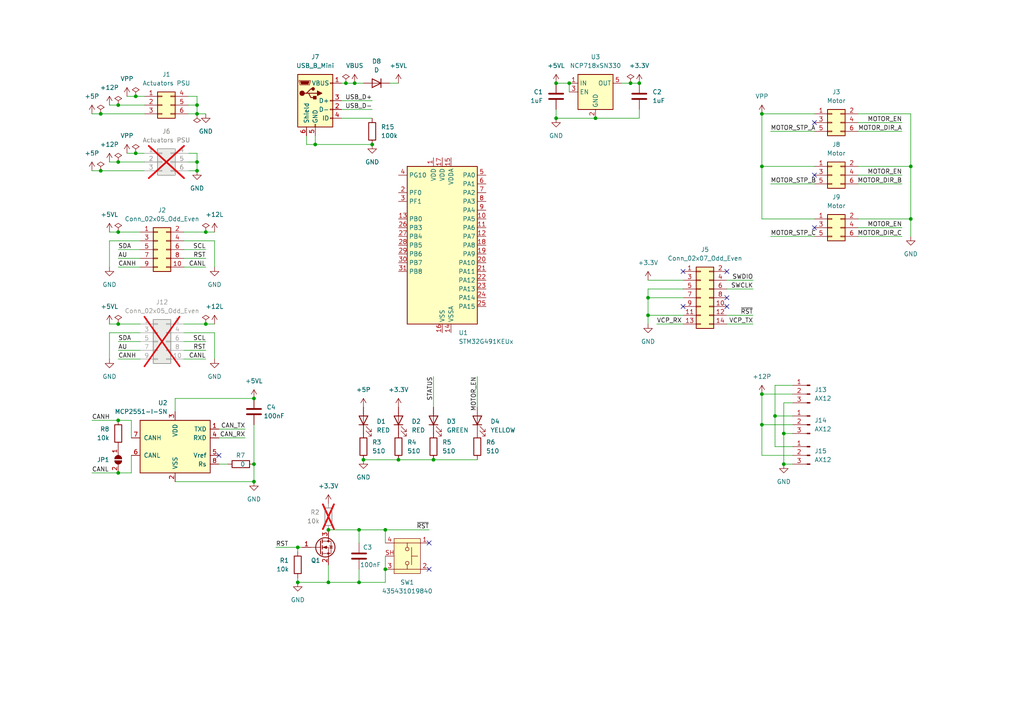
<source format=kicad_sch>
(kicad_sch (version 20230121) (generator eeschema)
  (paper "A4")
  (lib_symbols
    (symbol "ComponentsEvo:435431019840" (pin_names (offset 1.016) hide)
      (property "Reference" "SW" (at -6.35 -1.27 90))
      (property "Value" "435431019840" (at 7.62 0 90))
      (symbol "435431019840_0_1"
        (pin passive line (at -3.81 6.35 270) (length 2.54) (name "1") (number "1"))
        (pin passive line (at 3.81 6.35 270) (length 2.54) (name "2") (number "2"))
      )
      (symbol "435431019840_1_1"
        (pin passive line (at 3.81 -6.35 90) (length 2.54) (name "3") (number "3"))
        (pin passive line (at -3.81 -6.35 90) (length 2.54) (name "4") (number "4"))
        (pin passive line (at 0 -6.35 90) (length 2.54) (name "SH") (number "SH"))
      )
    )
    (symbol "ComponentsEvo:STM32G491KEUx"
      (property "Reference" "U4" (at 4.7341 -25.4 0))
      (property "Value" "STM32G491KEUx" (at 4.7341 -27.94 0))
      (symbol "STM32G491KEUx_1_1"
        (pin power_in line (at -2.54 25.4 270) (length 2.54) (name "VDD") (number "1"))
        (pin bidirectional line (at 12.7 7.62 180) (length 2.54) (name "PA5") (number "10"))
        (pin bidirectional line (at 12.7 5.08 180) (length 2.54) (name "PA6") (number "11"))
        (pin bidirectional line (at 12.7 2.54 180) (length 2.54) (name "PA7") (number "12"))
        (pin bidirectional line (at -12.7 7.62 0) (length 2.54) (name "PB0") (number "13"))
        (pin power_in line (at 2.54 -25.4 90) (length 2.54) (name "VSSA") (number "14"))
        (pin power_in line (at 2.54 25.4 270) (length 2.54) (name "VDDA") (number "15"))
        (pin power_in line (at 0 -25.4 90) (length 2.54) (name "VSS") (number "16"))
        (pin power_in line (at 0 25.4 270) (length 2.54) (name "VDD") (number "17"))
        (pin bidirectional line (at 12.7 0 180) (length 2.54) (name "PA8") (number "18"))
        (pin bidirectional line (at 12.7 -2.54 180) (length 2.54) (name "PA9") (number "19"))
        (pin bidirectional line (at -12.7 15.24 0) (length 2.54) (name "PF0") (number "2"))
        (pin bidirectional line (at 12.7 -5.08 180) (length 2.54) (name "PA10") (number "20"))
        (pin bidirectional line (at 12.7 -7.62 180) (length 2.54) (name "PA11") (number "21"))
        (pin bidirectional line (at 12.7 -10.16 180) (length 2.54) (name "PA12") (number "22"))
        (pin bidirectional line (at 12.7 -12.7 180) (length 2.54) (name "PA13") (number "23"))
        (pin bidirectional line (at 12.7 -15.24 180) (length 2.54) (name "PA14") (number "24"))
        (pin bidirectional line (at 12.7 -17.78 180) (length 2.54) (name "PA15") (number "25"))
        (pin bidirectional line (at -12.7 5.08 0) (length 2.54) (name "PB3") (number "26"))
        (pin bidirectional line (at -12.7 2.54 0) (length 2.54) (name "PB4") (number "27"))
        (pin bidirectional line (at -12.7 0 0) (length 2.54) (name "PB5") (number "28"))
        (pin bidirectional line (at -12.7 -2.54 0) (length 2.54) (name "PB6") (number "29"))
        (pin bidirectional line (at -12.7 12.7 0) (length 2.54) (name "PF1") (number "3"))
        (pin bidirectional line (at -12.7 -5.08 0) (length 2.54) (name "PB7") (number "30"))
        (pin bidirectional line (at -12.7 -7.62 0) (length 2.54) (name "PB8") (number "31"))
        (pin passive line (at 0 -25.4 90) (length 2.54) hide (name "VSS") (number "32"))
        (pin bidirectional line (at -12.7 20.32 0) (length 2.54) (name "PG10") (number "4"))
        (pin bidirectional line (at 12.7 20.32 180) (length 2.54) (name "PA0") (number "5"))
        (pin bidirectional line (at 12.7 17.78 180) (length 2.54) (name "PA1") (number "6"))
        (pin bidirectional line (at 12.7 15.24 180) (length 2.54) (name "PA2") (number "7"))
        (pin bidirectional line (at 12.7 12.7 180) (length 2.54) (name "PA3") (number "8"))
        (pin bidirectional line (at 12.7 10.16 180) (length 2.54) (name "PA4") (number "9"))
      )
    )
    (symbol "Connector:Conn_01x03_Pin" (pin_names (offset 1.016) hide)
      (property "Reference" "J" (at 0 5.08 0))
      (property "Value" "Conn_01x03_Pin" (at 0 -5.08 0))
      (symbol "Conn_01x03_Pin_1_1"
        (pin passive line (at 5.08 2.54 180) (length 3.81) (name "Pin_1") (number "1"))
        (pin passive line (at 5.08 0 180) (length 3.81) (name "Pin_2") (number "2"))
        (pin passive line (at 5.08 -2.54 180) (length 3.81) (name "Pin_3") (number "3"))
      )
    )
    (symbol "Connector:USB_B_Mini" (pin_names (offset 1.016))
      (property "Reference" "J" (at -5.08 11.43 0))
      (property "Value" "USB_B_Mini" (at -5.08 8.89 0))
      (symbol "USB_B_Mini_1_1"
        (pin power_out line (at 7.62 5.08 180) (length 2.54) (name "VBUS") (number "1"))
        (pin bidirectional line (at 7.62 -2.54 180) (length 2.54) (name "D-") (number "2"))
        (pin bidirectional line (at 7.62 0 180) (length 2.54) (name "D+") (number "3"))
        (pin passive line (at 7.62 -5.08 180) (length 2.54) (name "ID") (number "4"))
        (pin power_out line (at 0 -10.16 90) (length 2.54) (name "GND") (number "5"))
        (pin passive line (at -2.54 -10.16 90) (length 2.54) (name "Shield") (number "6"))
      )
    )
    (symbol "Connector_Generic:Conn_02x03_Odd_Even" (pin_names (offset 1.016) hide)
      (property "Reference" "J" (at 1.27 5.08 0))
      (property "Value" "Conn_02x03_Odd_Even" (at 1.27 -5.08 0))
      (symbol "Conn_02x03_Odd_Even_1_1"
        (pin passive line (at -5.08 2.54 0) (length 3.81) (name "Pin_1") (number "1"))
        (pin passive line (at 7.62 2.54 180) (length 3.81) (name "Pin_2") (number "2"))
        (pin passive line (at -5.08 0 0) (length 3.81) (name "Pin_3") (number "3"))
        (pin passive line (at 7.62 0 180) (length 3.81) (name "Pin_4") (number "4"))
        (pin passive line (at -5.08 -2.54 0) (length 3.81) (name "Pin_5") (number "5"))
        (pin passive line (at 7.62 -2.54 180) (length 3.81) (name "Pin_6") (number "6"))
      )
    )
    (symbol "Connector_Generic:Conn_02x03_Top_Bottom" (pin_names (offset 1.016) hide)
      (property "Reference" "J" (at 1.27 5.08 0))
      (property "Value" "Conn_02x03_Top_Bottom" (at 1.27 -5.08 0))
      (symbol "Conn_02x03_Top_Bottom_1_1"
        (pin passive line (at -5.08 2.54 0) (length 3.81) (name "Pin_1") (number "1"))
        (pin passive line (at -5.08 0 0) (length 3.81) (name "Pin_2") (number "2"))
        (pin passive line (at -5.08 -2.54 0) (length 3.81) (name "Pin_3") (number "3"))
        (pin passive line (at 7.62 2.54 180) (length 3.81) (name "Pin_4") (number "4"))
        (pin passive line (at 7.62 0 180) (length 3.81) (name "Pin_5") (number "5"))
        (pin passive line (at 7.62 -2.54 180) (length 3.81) (name "Pin_6") (number "6"))
      )
    )
    (symbol "Connector_Generic:Conn_02x05_Odd_Even" (pin_names (offset 1.016) hide)
      (property "Reference" "J" (at 1.27 7.62 0))
      (property "Value" "Conn_02x05_Odd_Even" (at 1.27 -7.62 0))
      (symbol "Conn_02x05_Odd_Even_1_1"
        (pin passive line (at -5.08 5.08 0) (length 3.81) (name "Pin_1") (number "1"))
        (pin passive line (at 7.62 -5.08 180) (length 3.81) (name "Pin_10") (number "10"))
        (pin passive line (at 7.62 5.08 180) (length 3.81) (name "Pin_2") (number "2"))
        (pin passive line (at -5.08 2.54 0) (length 3.81) (name "Pin_3") (number "3"))
        (pin passive line (at 7.62 2.54 180) (length 3.81) (name "Pin_4") (number "4"))
        (pin passive line (at -5.08 0 0) (length 3.81) (name "Pin_5") (number "5"))
        (pin passive line (at 7.62 0 180) (length 3.81) (name "Pin_6") (number "6"))
        (pin passive line (at -5.08 -2.54 0) (length 3.81) (name "Pin_7") (number "7"))
        (pin passive line (at 7.62 -2.54 180) (length 3.81) (name "Pin_8") (number "8"))
        (pin passive line (at -5.08 -5.08 0) (length 3.81) (name "Pin_9") (number "9"))
      )
    )
    (symbol "Connector_Generic:Conn_02x07_Odd_Even" (pin_names (offset 1.016) hide)
      (property "Reference" "J" (at 1.27 10.16 0))
      (property "Value" "Conn_02x07_Odd_Even" (at 1.27 -10.16 0))
      (symbol "Conn_02x07_Odd_Even_1_1"
        (pin passive line (at -5.08 7.62 0) (length 3.81) (name "Pin_1") (number "1"))
        (pin passive line (at 7.62 -2.54 180) (length 3.81) (name "Pin_10") (number "10"))
        (pin passive line (at -5.08 -5.08 0) (length 3.81) (name "Pin_11") (number "11"))
        (pin passive line (at 7.62 -5.08 180) (length 3.81) (name "Pin_12") (number "12"))
        (pin passive line (at -5.08 -7.62 0) (length 3.81) (name "Pin_13") (number "13"))
        (pin passive line (at 7.62 -7.62 180) (length 3.81) (name "Pin_14") (number "14"))
        (pin passive line (at 7.62 7.62 180) (length 3.81) (name "Pin_2") (number "2"))
        (pin passive line (at -5.08 5.08 0) (length 3.81) (name "Pin_3") (number "3"))
        (pin passive line (at 7.62 5.08 180) (length 3.81) (name "Pin_4") (number "4"))
        (pin passive line (at -5.08 2.54 0) (length 3.81) (name "Pin_5") (number "5"))
        (pin passive line (at 7.62 2.54 180) (length 3.81) (name "Pin_6") (number "6"))
        (pin passive line (at -5.08 0 0) (length 3.81) (name "Pin_7") (number "7"))
        (pin passive line (at 7.62 0 180) (length 3.81) (name "Pin_8") (number "8"))
        (pin passive line (at -5.08 -2.54 0) (length 3.81) (name "Pin_9") (number "9"))
      )
    )
    (symbol "Device:C" (pin_numbers hide) (pin_names (offset 0.254))
      (property "Reference" "C" (at 0.635 2.54 0))
      (property "Value" "C" (at 0.635 -2.54 0))
      (symbol "C_1_1"
        (pin passive line (at 0 3.81 270) (length 2.794) (name "~") (number "1"))
        (pin passive line (at 0 -3.81 90) (length 2.794) (name "~") (number "2"))
      )
    )
    (symbol "Device:D" (pin_numbers hide) (pin_names (offset 1.016) hide)
      (property "Reference" "D" (at 0 2.54 0))
      (property "Value" "D" (at 0 -2.54 0))
      (symbol "D_1_1"
        (pin passive line (at -3.81 0 0) (length 2.54) (name "K") (number "1"))
        (pin passive line (at 3.81 0 180) (length 2.54) (name "A") (number "2"))
      )
    )
    (symbol "Device:D_Zener" (pin_numbers hide) (pin_names (offset 1.016) hide)
      (property "Reference" "D" (at 0 2.54 0))
      (property "Value" "D_Zener" (at 0 -2.54 0))
      (symbol "D_Zener_1_1"
        (pin passive line (at -3.81 0 0) (length 2.54) (name "K") (number "1"))
        (pin passive line (at 3.81 0 180) (length 2.54) (name "A") (number "2"))
      )
    )
    (symbol "Device:LED" (pin_numbers hide) (pin_names (offset 1.016) hide)
      (property "Reference" "D" (at 0 2.54 0))
      (property "Value" "LED" (at 0 -2.54 0))
      (symbol "LED_1_1"
        (pin passive line (at -3.81 0 0) (length 2.54) (name "K") (number "1"))
        (pin passive line (at 3.81 0 180) (length 2.54) (name "A") (number "2"))
      )
    )
    (symbol "Device:Q_NMOS_GSD" (pin_names (offset 0) hide)
      (property "Reference" "Q" (at 5.08 1.27 0))
      (property "Value" "Q_NMOS_GSD" (at 5.08 -1.27 0))
      (symbol "Q_NMOS_GSD_1_1"
        (pin input line (at -5.08 0 0) (length 2.54) (name "G") (number "1"))
        (pin passive line (at 2.54 -5.08 90) (length 2.54) (name "S") (number "2"))
        (pin passive line (at 2.54 5.08 270) (length 2.54) (name "D") (number "3"))
      )
    )
    (symbol "Device:R" (pin_numbers hide) (pin_names (offset 0))
      (property "Reference" "R" (at 2.032 0 90))
      (property "Value" "R" (at 0 0 90))
      (symbol "R_1_1"
        (pin passive line (at 0 3.81 270) (length 1.27) (name "~") (number "1"))
        (pin passive line (at 0 -3.81 90) (length 1.27) (name "~") (number "2"))
      )
    )
    (symbol "Interface_CAN_LIN:MCP2551-I-SN" (pin_names (offset 1.016))
      (property "Reference" "U" (at -10.16 8.89 0))
      (property "Value" "MCP2551-I-SN" (at 2.54 8.89 0))
      (symbol "MCP2551-I-SN_1_1"
        (pin input line (at -12.7 5.08 0) (length 2.54) (name "TXD") (number "1"))
        (pin power_in line (at 0 -10.16 90) (length 2.54) (name "VSS") (number "2"))
        (pin power_in line (at 0 10.16 270) (length 2.54) (name "VDD") (number "3"))
        (pin output line (at -12.7 2.54 0) (length 2.54) (name "RXD") (number "4"))
        (pin power_out line (at -12.7 -2.54 0) (length 2.54) (name "Vref") (number "5"))
        (pin bidirectional line (at 12.7 -2.54 180) (length 2.54) (name "CANL") (number "6"))
        (pin bidirectional line (at 12.7 2.54 180) (length 2.54) (name "CANH") (number "7"))
        (pin input line (at -12.7 -5.08 0) (length 2.54) (name "Rs") (number "8"))
      )
    )
    (symbol "Jumper:SolderJumper_2_Open" (pin_names (offset 0) hide)
      (property "Reference" "JP" (at 0 2.032 0))
      (property "Value" "SolderJumper_2_Open" (at 0 -2.54 0))
      (symbol "SolderJumper_2_Open_1_1"
        (pin passive line (at -3.81 0 0) (length 2.54) (name "A") (number "1"))
        (pin passive line (at 3.81 0 180) (length 2.54) (name "B") (number "2"))
      )
    )
    (symbol "Jumper:SolderJumper_3_Open" (pin_names (offset 0) hide)
      (property "Reference" "JP" (at -2.54 -2.54 0))
      (property "Value" "SolderJumper_3_Open" (at 0 2.794 0))
      (symbol "SolderJumper_3_Open_1_1"
        (pin passive line (at -5.08 0 0) (length 2.54) (name "A") (number "1"))
        (pin passive line (at 0 -3.81 90) (length 2.54) (name "C") (number "2"))
        (pin passive line (at 5.08 0 180) (length 2.54) (name "B") (number "3"))
      )
    )
    (symbol "Regulator_Linear:NCP718xSN330"
      (property "Reference" "U" (at -3.81 6.35 0))
      (property "Value" "NCP718xSN330" (at 6.35 6.35 0))
      (symbol "NCP718xSN330_0_1"
        (pin power_in line (at -7.62 2.54 0) (length 2.54) (name "IN") (number "1"))
        (pin power_in line (at 0 -7.62 90) (length 2.54) (name "GND") (number "2"))
        (pin input line (at -7.62 0 0) (length 2.54) (name "EN") (number "3"))
        (pin no_connect line (at 5.08 0 180) (length 2.54) hide (name "NC") (number "4"))
        (pin power_out line (at 7.62 2.54 180) (length 2.54) (name "OUT") (number "5"))
      )
    )
    (symbol "power:+12L" (power) (pin_names (offset 0))
      (property "Value" "+12L" (at 0 3.556 0))
      (symbol "+12L_1_1"
        (pin power_in line (at 0 0 90) (length 0) hide (name "+12L") (number "1"))
      )
    )
    (symbol "power:+12P" (power) (pin_names (offset 0))
      (property "Value" "+12P" (at 0 3.556 0))
      (symbol "+12P_1_1"
        (pin power_in line (at 0 0 90) (length 0) hide (name "+12P") (number "1"))
      )
    )
    (symbol "power:+3.3V" (power) (pin_names (offset 0))
      (property "Value" "+3.3V" (at 0 3.556 0))
      (symbol "+3.3V_1_1"
        (pin power_in line (at 0 0 90) (length 0) hide (name "+3.3V") (number "1"))
      )
    )
    (symbol "power:+5P" (power) (pin_names (offset 0))
      (property "Value" "+5P" (at 0 3.556 0))
      (symbol "+5P_1_1"
        (pin power_in line (at 0 0 90) (length 0) hide (name "+5P") (number "1"))
      )
    )
    (symbol "power:+5VL" (power) (pin_names (offset 0))
      (property "Value" "+5VL" (at 0 3.556 0))
      (symbol "+5VL_1_1"
        (pin power_in line (at 0 0 90) (length 0) hide (name "+5VL") (number "1"))
      )
    )
    (symbol "power:GND" (power) (pin_names (offset 0))
      (property "Value" "GND" (at 0 -3.81 0))
      (symbol "GND_1_1"
        (pin power_in line (at 0 0 270) (length 0) hide (name "GND") (number "1"))
      )
    )
    (symbol "power:PWR_FLAG" (power) (pin_numbers hide) (pin_names (offset 0) hide)
      (property "Value" "PWR_FLAG" (at 0 3.81 0))
      (symbol "PWR_FLAG_0_0"
        (pin power_out line (at 0 0 90) (length 0) (name "pwr") (number "1"))
      )
    )
    (symbol "power:VBUS" (power) (pin_names (offset 0))
      (property "Value" "VBUS" (at 0 3.81 0))
      (symbol "VBUS_1_1"
        (pin power_in line (at 0 0 90) (length 0) hide (name "VBUS") (number "1"))
      )
    )
    (symbol "power:VPP" (power) (pin_names (offset 0))
      (property "Value" "VPP" (at 0 3.81 0))
      (symbol "VPP_1_1"
        (pin power_in line (at 0 0 90) (length 0) hide (name "VPP") (number "1"))
      )
    )
  )
  (junction (at 187.96 91.44))
  (junction (at 115.57 133.35))
  (junction (at 335.28 118.11))
  (junction (at 125.73 133.35))
  (junction (at 100.33 24.13))
  (junction (at 172.72 34.29))
  (junction (at 161.29 34.29))
  (junction (at 111.76 153.67))
  (junction (at 344.17 118.11))
  (junction (at 95.25 153.67))
  (junction (at 325.12 142.24))
  (junction (at 105.41 133.35))
  (junction (at 227.33 134.62))
  (junction (at 91.44 41.91))
  (junction (at 34.29 30.48))
  (junction (at 57.15 46.99))
  (junction (at 104.14 153.67))
  (junction (at 29.21 49.53))
  (junction (at 325.12 152.4))
  (junction (at 59.69 67.31))
  (junction (at 325.12 88.9))
  (junction (at 220.98 48.26))
  (junction (at 39.37 27.94))
  (junction (at 39.37 44.45))
  (junction (at 335.28 125.73))
  (junction (at 344.17 99.06))
  (junction (at 57.15 33.02))
  (junction (at 185.42 24.13))
  (junction (at 95.25 168.91))
  (junction (at 344.17 125.73))
  (junction (at 57.15 49.53))
  (junction (at 344.17 91.44))
  (junction (at 165.1 24.13))
  (junction (at 335.28 144.78))
  (junction (at 73.66 115.57))
  (junction (at 57.15 30.48))
  (junction (at 227.33 125.73))
  (junction (at 264.16 63.5))
  (junction (at 224.79 120.65))
  (junction (at 344.17 144.78))
  (junction (at 86.36 158.75))
  (junction (at 182.88 24.13))
  (junction (at 220.98 114.3))
  (junction (at 29.21 33.02))
  (junction (at 335.28 91.44))
  (junction (at 220.98 33.02))
  (junction (at 73.66 134.62))
  (junction (at 34.29 93.98))
  (junction (at 264.16 48.26))
  (junction (at 325.12 99.06))
  (junction (at 34.29 46.99))
  (junction (at 86.36 168.91))
  (junction (at 325.12 115.57))
  (junction (at 111.76 165.1))
  (junction (at 220.98 123.19))
  (junction (at 335.28 99.06))
  (junction (at 344.17 152.4))
  (junction (at 73.66 139.7))
  (junction (at 34.29 137.16))
  (junction (at 34.29 67.31))
  (junction (at 161.29 24.13))
  (junction (at 325.12 125.73))
  (junction (at 34.29 121.92))
  (junction (at 107.95 41.91))
  (junction (at 104.14 168.91))
  (junction (at 59.69 93.98))
  (junction (at 335.28 152.4))
  (junction (at 102.87 24.13))
  (junction (at 187.96 86.36))
  (no_connect (at 236.22 35.56))
  (no_connect (at 236.22 66.04))
  (no_connect (at 198.12 78.74))
  (no_connect (at 236.22 50.8))
  (no_connect (at 63.5 132.08))
  (no_connect (at 210.82 86.36))
  (no_connect (at 124.46 165.1))
  (no_connect (at 124.46 157.48))
  (no_connect (at 210.82 78.74))
  (no_connect (at 210.82 88.9))
  (no_connect (at 198.12 88.9))
  (wire (pts (xy 34.29 104.14) (xy 40.64 104.14)))
  (wire (pts (xy 86.36 168.91) (xy 95.25 168.91)))
  (wire (pts (xy 248.92 63.5) (xy 264.16 63.5)))
  (wire (pts (xy 351.79 120.65) (xy 351.79 125.73)))
  (wire (pts (xy 54.61 49.53) (xy 57.15 49.53)))
  (wire (pts (xy 111.76 157.48) (xy 111.76 153.67)))
  (wire (pts (xy 88.9 39.37) (xy 88.9 41.91)))
  (wire (pts (xy 34.29 101.6) (xy 40.64 101.6)))
  (wire (pts (xy 99.06 31.75) (xy 107.95 31.75)))
  (wire (pts (xy 104.14 165.1) (xy 104.14 168.91)))
  (wire (pts (xy 227.33 125.73) (xy 227.33 134.62)))
  (wire (pts (xy 125.73 109.22) (xy 125.73 118.11)))
  (wire (pts (xy 328.93 118.11) (xy 335.28 118.11)))
  (wire (pts (xy 138.43 109.22) (xy 138.43 118.11)))
  (wire (pts (xy 185.42 31.75) (xy 185.42 34.29)))
  (wire (pts (xy 220.98 48.26) (xy 236.22 48.26)))
  (wire (pts (xy 161.29 24.13) (xy 165.1 24.13)))
  (wire (pts (xy 86.36 158.75) (xy 87.63 158.75)))
  (wire (pts (xy 53.34 74.93) (xy 59.69 74.93)))
  (wire (pts (xy 26.67 49.53) (xy 29.21 49.53)))
  (wire (pts (xy 36.83 27.94) (xy 39.37 27.94)))
  (wire (pts (xy 26.67 137.16) (xy 34.29 137.16)))
  (wire (pts (xy 248.92 38.1) (xy 261.62 38.1)))
  (wire (pts (xy 107.95 41.91) (xy 91.44 41.91)))
  (wire (pts (xy 105.41 133.35) (xy 115.57 133.35)))
  (wire (pts (xy 248.92 33.02) (xy 264.16 33.02)))
  (wire (pts (xy 335.28 144.78) (xy 344.17 144.78)))
  (wire (pts (xy 40.64 96.52) (xy 31.75 96.52)))
  (wire (pts (xy 161.29 34.29) (xy 172.72 34.29)))
  (wire (pts (xy 223.52 53.34) (xy 236.22 53.34)))
  (wire (pts (xy 248.92 66.04) (xy 261.62 66.04)))
  (wire (pts (xy 39.37 44.45) (xy 41.91 44.45)))
  (wire (pts (xy 34.29 46.99) (xy 41.91 46.99)))
  (wire (pts (xy 91.44 41.91) (xy 91.44 39.37)))
  (wire (pts (xy 335.28 91.44) (xy 344.17 91.44)))
  (wire (pts (xy 223.52 68.58) (xy 236.22 68.58)))
  (wire (pts (xy 31.75 46.99) (xy 34.29 46.99)))
  (wire (pts (xy 53.34 104.14) (xy 59.69 104.14)))
  (wire (pts (xy 63.5 124.46) (xy 71.12 124.46)))
  (wire (pts (xy 62.23 77.47) (xy 62.23 69.85)))
  (wire (pts (xy 38.1 132.08) (xy 38.1 137.16)))
  (wire (pts (xy 57.15 46.99) (xy 57.15 44.45)))
  (wire (pts (xy 95.25 168.91) (xy 104.14 168.91)))
  (wire (pts (xy 86.36 167.64) (xy 86.36 168.91)))
  (wire (pts (xy 57.15 30.48) (xy 57.15 27.94)))
  (wire (pts (xy 104.14 168.91) (xy 111.76 168.91)))
  (wire (pts (xy 102.87 24.13) (xy 105.41 24.13)))
  (wire (pts (xy 227.33 125.73) (xy 229.87 125.73)))
  (wire (pts (xy 104.14 153.67) (xy 104.14 157.48)))
  (wire (pts (xy 73.66 139.7) (xy 50.8 139.7)))
  (wire (pts (xy 172.72 34.29) (xy 185.42 34.29)))
  (wire (pts (xy 53.34 93.98) (xy 59.69 93.98)))
  (wire (pts (xy 351.79 144.78) (xy 354.33 144.78)))
  (wire (pts (xy 57.15 44.45) (xy 54.61 44.45)))
  (wire (pts (xy 229.87 129.54) (xy 224.79 129.54)))
  (wire (pts (xy 325.12 124.46) (xy 325.12 125.73)))
  (wire (pts (xy 344.17 99.06) (xy 351.79 99.06)))
  (wire (pts (xy 187.96 83.82) (xy 187.96 86.36)))
  (wire (pts (xy 34.29 99.06) (xy 40.64 99.06)))
  (wire (pts (xy 31.75 69.85) (xy 31.75 77.47)))
  (wire (pts (xy 125.73 133.35) (xy 138.43 133.35)))
  (wire (pts (xy 220.98 48.26) (xy 220.98 63.5)))
  (wire (pts (xy 227.33 134.62) (xy 229.87 134.62)))
  (wire (pts (xy 224.79 120.65) (xy 229.87 120.65)))
  (wire (pts (xy 198.12 91.44) (xy 187.96 91.44)))
  (wire (pts (xy 165.1 24.13) (xy 165.1 26.67)))
  (wire (pts (xy 335.28 118.11) (xy 344.17 118.11)))
  (wire (pts (xy 344.17 125.73) (xy 351.79 125.73)))
  (wire (pts (xy 36.83 44.45) (xy 39.37 44.45)))
  (wire (pts (xy 344.17 152.4) (xy 351.79 152.4)))
  (wire (pts (xy 220.98 63.5) (xy 236.22 63.5)))
  (wire (pts (xy 325.12 99.06) (xy 335.28 99.06)))
  (wire (pts (xy 229.87 132.08) (xy 220.98 132.08)))
  (wire (pts (xy 198.12 86.36) (xy 187.96 86.36)))
  (wire (pts (xy 229.87 116.84) (xy 227.33 116.84)))
  (wire (pts (xy 220.98 33.02) (xy 220.98 48.26)))
  (wire (pts (xy 182.88 24.13) (xy 185.42 24.13)))
  (wire (pts (xy 325.12 125.73) (xy 335.28 125.73)))
  (wire (pts (xy 335.28 99.06) (xy 344.17 99.06)))
  (wire (pts (xy 111.76 153.67) (xy 124.46 153.67)))
  (wire (pts (xy 57.15 33.02) (xy 57.15 30.48)))
  (wire (pts (xy 29.21 49.53) (xy 41.91 49.53)))
  (wire (pts (xy 187.96 91.44) (xy 187.96 93.98)))
  (wire (pts (xy 111.76 161.29) (xy 111.76 165.1)))
  (wire (pts (xy 115.57 133.35) (xy 125.73 133.35)))
  (wire (pts (xy 34.29 74.93) (xy 40.64 74.93)))
  (wire (pts (xy 187.96 86.36) (xy 187.96 91.44)))
  (wire (pts (xy 248.92 53.34) (xy 261.62 53.34)))
  (wire (pts (xy 325.12 115.57) (xy 325.12 116.84)))
  (wire (pts (xy 34.29 30.48) (xy 41.91 30.48)))
  (wire (pts (xy 227.33 116.84) (xy 227.33 125.73)))
  (wire (pts (xy 210.82 93.98) (xy 218.44 93.98)))
  (wire (pts (xy 31.75 30.48) (xy 34.29 30.48)))
  (wire (pts (xy 354.33 147.32) (xy 351.79 147.32)))
  (wire (pts (xy 53.34 67.31) (xy 59.69 67.31)))
  (wire (pts (xy 180.34 24.13) (xy 182.88 24.13)))
  (wire (pts (xy 53.34 77.47) (xy 59.69 77.47)))
  (wire (pts (xy 220.98 132.08) (xy 220.98 123.19)))
  (wire (pts (xy 38.1 121.92) (xy 38.1 127)))
  (wire (pts (xy 325.12 142.24) (xy 325.12 143.51)))
  (wire (pts (xy 53.34 99.06) (xy 59.69 99.06)))
  (wire (pts (xy 248.92 50.8) (xy 261.62 50.8)))
  (wire (pts (xy 34.29 137.16) (xy 38.1 137.16)))
  (wire (pts (xy 111.76 165.1) (xy 111.76 168.91)))
  (wire (pts (xy 351.79 91.44) (xy 354.33 91.44)))
  (wire (pts (xy 59.69 33.02) (xy 57.15 33.02)))
  (wire (pts (xy 104.14 153.67) (xy 111.76 153.67)))
  (wire (pts (xy 59.69 93.98) (xy 62.23 93.98)))
  (wire (pts (xy 88.9 41.91) (xy 91.44 41.91)))
  (wire (pts (xy 229.87 111.76) (xy 224.79 111.76)))
  (wire (pts (xy 59.69 67.31) (xy 62.23 67.31)))
  (wire (pts (xy 328.93 91.44) (xy 335.28 91.44)))
  (wire (pts (xy 54.61 30.48) (xy 57.15 30.48)))
  (wire (pts (xy 325.12 151.13) (xy 325.12 152.4)))
  (wire (pts (xy 57.15 49.53) (xy 57.15 46.99)))
  (wire (pts (xy 66.04 134.62) (xy 63.5 134.62)))
  (wire (pts (xy 26.67 33.02) (xy 29.21 33.02)))
  (wire (pts (xy 248.92 68.58) (xy 261.62 68.58)))
  (wire (pts (xy 40.64 69.85) (xy 31.75 69.85)))
  (wire (pts (xy 63.5 127) (xy 71.12 127)))
  (wire (pts (xy 325.12 88.9) (xy 354.33 88.9)))
  (wire (pts (xy 325.12 115.57) (xy 354.33 115.57)))
  (wire (pts (xy 73.66 123.19) (xy 73.66 134.62)))
  (wire (pts (xy 31.75 67.31) (xy 34.29 67.31)))
  (wire (pts (xy 100.33 24.13) (xy 102.87 24.13)))
  (wire (pts (xy 161.29 31.75) (xy 161.29 34.29)))
  (wire (pts (xy 198.12 83.82) (xy 187.96 83.82)))
  (wire (pts (xy 26.67 121.92) (xy 34.29 121.92)))
  (wire (pts (xy 229.87 123.19) (xy 220.98 123.19)))
  (wire (pts (xy 223.52 38.1) (xy 236.22 38.1)))
  (wire (pts (xy 264.16 48.26) (xy 264.16 63.5)))
  (wire (pts (xy 335.28 125.73) (xy 344.17 125.73)))
  (wire (pts (xy 62.23 69.85) (xy 53.34 69.85)))
  (wire (pts (xy 264.16 63.5) (xy 264.16 68.58)))
  (wire (pts (xy 220.98 114.3) (xy 229.87 114.3)))
  (wire (pts (xy 62.23 104.14) (xy 62.23 96.52)))
  (wire (pts (xy 325.12 142.24) (xy 354.33 142.24)))
  (wire (pts (xy 335.28 152.4) (xy 344.17 152.4)))
  (wire (pts (xy 351.79 93.98) (xy 351.79 99.06)))
  (wire (pts (xy 351.79 118.11) (xy 354.33 118.11)))
  (wire (pts (xy 31.75 96.52) (xy 31.75 104.14)))
  (wire (pts (xy 187.96 81.28) (xy 198.12 81.28)))
  (wire (pts (xy 95.25 163.83) (xy 95.25 168.91)))
  (wire (pts (xy 54.61 33.02) (xy 57.15 33.02)))
  (wire (pts (xy 354.33 93.98) (xy 351.79 93.98)))
  (wire (pts (xy 264.16 33.02) (xy 264.16 48.26)))
  (wire (pts (xy 190.5 93.98) (xy 198.12 93.98)))
  (wire (pts (xy 248.92 35.56) (xy 261.62 35.56)))
  (wire (pts (xy 113.03 24.13) (xy 115.57 24.13)))
  (wire (pts (xy 210.82 91.44) (xy 218.44 91.44)))
  (wire (pts (xy 34.29 121.92) (xy 38.1 121.92)))
  (wire (pts (xy 34.29 72.39) (xy 40.64 72.39)))
  (wire (pts (xy 34.29 67.31) (xy 40.64 67.31)))
  (wire (pts (xy 100.33 24.13) (xy 99.06 24.13)))
  (wire (pts (xy 325.12 97.79) (xy 325.12 99.06)))
  (wire (pts (xy 220.98 123.19) (xy 220.98 114.3)))
  (wire (pts (xy 62.23 96.52) (xy 53.34 96.52)))
  (wire (pts (xy 325.12 152.4) (xy 335.28 152.4)))
  (wire (pts (xy 95.25 153.67) (xy 104.14 153.67)))
  (wire (pts (xy 34.29 93.98) (xy 40.64 93.98)))
  (wire (pts (xy 50.8 115.57) (xy 50.8 119.38)))
  (wire (pts (xy 248.92 48.26) (xy 264.16 48.26)))
  (wire (pts (xy 351.79 147.32) (xy 351.79 152.4)))
  (wire (pts (xy 224.79 111.76) (xy 224.79 120.65)))
  (wire (pts (xy 39.37 27.94) (xy 41.91 27.94)))
  (wire (pts (xy 53.34 72.39) (xy 59.69 72.39)))
  (wire (pts (xy 220.98 33.02) (xy 236.22 33.02)))
  (wire (pts (xy 31.75 93.98) (xy 34.29 93.98)))
  (wire (pts (xy 328.93 144.78) (xy 335.28 144.78)))
  (wire (pts (xy 73.66 134.62) (xy 73.66 139.7)))
  (wire (pts (xy 86.36 160.02) (xy 86.36 158.75)))
  (wire (pts (xy 99.06 29.21) (xy 107.95 29.21)))
  (wire (pts (xy 29.21 33.02) (xy 41.91 33.02)))
  (wire (pts (xy 80.01 158.75) (xy 86.36 158.75)))
  (wire (pts (xy 210.82 81.28) (xy 218.44 81.28)))
  (wire (pts (xy 57.15 27.94) (xy 54.61 27.94)))
  (wire (pts (xy 210.82 83.82) (xy 218.44 83.82)))
  (wire (pts (xy 99.06 34.29) (xy 107.95 34.29)))
  (wire (pts (xy 224.79 129.54) (xy 224.79 120.65)))
  (wire (pts (xy 53.34 101.6) (xy 59.69 101.6)))
  (wire (pts (xy 325.12 88.9) (xy 325.12 90.17)))
  (wire (pts (xy 354.33 120.65) (xy 351.79 120.65)))
  (wire (pts (xy 34.29 77.47) (xy 40.64 77.47)))
  (wire (pts (xy 73.66 115.57) (xy 50.8 115.57)))
  (wire (pts (xy 54.61 46.99) (xy 57.15 46.99)))
  (label "VCP_RX" (at 190.5 93.98 0))
  (label "SDA" (at 34.29 99.06 0))
  (label "RST" (at 59.69 101.6 180))
  (label "RST" (at 80.01 158.75 0))
  (label "CAN_RX" (at 71.12 127 180))
  (label "AU" (at 34.29 74.93 0))
  (label "VCP_TX" (at 218.44 93.98 180))
  (label "USB_D-" (at 107.95 31.75 180))
  (label "CANH" (at 34.29 77.47 0))
  (label "RST" (at 59.69 74.93 180))
  (label "SCL" (at 59.69 72.39 180))
  (label "AU" (at 34.29 101.6 0))
  (label "MOTOR_DIR_C" (at 261.62 68.58 180))
  (label "MOTOR_EN" (at 261.62 50.8 180))
  (label "CANH" (at 26.67 121.92 0))
  (label "MOTOR_STP_C" (at 223.52 68.58 0))
  (label "MOTOR_STP_A" (at 223.52 38.1 0))
  (label "SENSOR1" (at 328.93 91.44 0))
  (label "USB_D+" (at 107.95 29.21 180))
  (label "~{RST}" (at 218.44 91.44 180))
  (label "SWDIO" (at 218.44 81.28 180))
  (label "CANL" (at 26.67 137.16 0))
  (label "SWCLK" (at 218.44 83.82 180))
  (label "MOTOR_DIR_B" (at 261.62 53.34 180))
  (label "MOTOR_DIR_A" (at 261.62 38.1 180))
  (label "CAN_TX" (at 71.12 124.46 180))
  (label "SENSOR3" (at 328.93 144.78 0))
  (label "~{RST}" (at 124.46 153.67 180))
  (label "CANL" (at 59.69 104.14 180))
  (label "MOTOR_EN" (at 261.62 35.56 180))
  (label "MOTOR_EN" (at 138.43 109.22 270))
  (label "MOTOR_EN" (at 261.62 66.04 180))
  (label "CANL" (at 59.69 77.47 180))
  (label "MOTOR_STP_B" (at 223.52 53.34 0))
  (label "STATUS" (at 125.73 109.22 270))
  (label "SCL" (at 59.69 99.06 180))
  (label "CANH" (at 34.29 104.14 0))
  (label "SDA" (at 34.29 72.39 0))
  (label "SENSOR2" (at 328.93 118.11 0))
  (symbol (lib_id "power:PWR_FLAG") (at 29.21 33.02 0) (unit 1)
    (property "Reference" "#FLG03" (effects hide))
    (property "Value" "PWR_FLAG" (effects hide))
  )
  (symbol (lib_id "Connector:Conn_01x03_Pin") (at 359.41 118.11 0) (mirror y) (unit 1)
    (property "Reference" "J10" (at 360.68 116.84 0) (effects (justify right)))
    (property "Value" "Sensor" (at 360.68 119.38 0) (effects (justify right)))
  )
  (symbol (lib_id "Connector_Generic:Conn_02x03_Top_Bottom") (at 46.99 30.48 0) (unit 1)
    (property "Reference" "J1" (at 48.26 21.59 0))
    (property "Value" "Actuators PSU" (at 48.26 24.13 0))
    (property "Footprint" "ConnectorsEvo:649006227222" (effects hide))
  )
  (symbol (lib_id "power:GND") (at 107.95 41.91 0) (unit 1)
    (property "Reference" "#PWR043" (effects hide))
    (property "Value" "GND" (at 107.95 46.99 0))
  )
  (symbol (lib_id "power:PWR_FLAG") (at 57.15 33.02 180) (unit 1)
    (property "Reference" "#FLG08" (effects hide))
    (property "Value" "PWR_FLAG" (effects hide))
  )
  (symbol (lib_id "power:+12L") (at 320.04 111.76 0) (unit 1)
    (property "Reference" "#PWR029" (effects hide))
    (property "Value" "+12L" (at 320.04 106.68 0))
  )
  (symbol (lib_id "power:+5VL") (at 73.66 115.57 0) (unit 1)
    (property "Reference" "#PWR023" (effects hide))
    (property "Value" "+5VL" (at 73.66 110.49 0))
  )
  (symbol (lib_id "Device:C") (at 161.29 27.94 0) (unit 1)
    (property "Reference" "C1" (at 157.48 26.67 0) (effects (justify right)))
    (property "Value" "1uF" (at 157.48 29.21 0) (effects (justify right)))
  )
  (symbol (lib_id "Connector:Conn_01x03_Pin") (at 234.95 132.08 0) (mirror y) (unit 1)
    (property "Reference" "J15" (at 236.22 130.81 0) (effects (justify right)))
    (property "Value" "AX12" (at 236.22 133.35 0) (effects (justify right)))
  )
  (symbol (lib_id "Device:C") (at 185.42 27.94 0) (mirror y) (unit 1)
    (property "Reference" "C2" (at 189.23 26.67 0) (effects (justify right)))
    (property "Value" "1uF" (at 189.23 29.21 0) (effects (justify right)))
  )
  (symbol (lib_id "power:GND") (at 187.96 93.98 0) (unit 1)
    (property "Reference" "#PWR014" (effects hide))
    (property "Value" "GND" (at 187.96 99.06 0))
  )
  (symbol (lib_id "power:PWR_FLAG") (at 59.69 67.31 0) (unit 1)
    (property "Reference" "#FLG09" (effects hide))
    (property "Value" "PWR_FLAG" (effects hide))
  )
  (symbol (lib_id "power:+12P") (at 220.98 114.3 0) (unit 1)
    (property "Reference" "#PWR040" (effects hide))
    (property "Value" "+12P" (at 220.98 109.22 0))
  )
  (symbol (lib_id "Device:R") (at 34.29 125.73 0) (unit 1)
    (property "Reference" "R8" (at 31.75 124.46 0) (effects (justify right)))
    (property "Value" "10k" (at 31.75 127 0) (effects (justify right)))
  )
  (symbol (lib_id "power:+5P") (at 26.67 49.53 0) (unit 1)
    (property "Reference" "#PWR05" (effects hide))
    (property "Value" "+5P" (at 26.67 44.45 0))
  )
  (symbol (lib_id "Connector_Generic:Conn_02x03_Odd_Even") (at 241.3 50.8 0) (unit 1)
    (property "Reference" "J8" (at 242.57 41.91 0))
    (property "Value" "Motor" (at 242.57 44.45 0))
  )
  (symbol (lib_id "power:GND") (at 264.16 68.58 0) (unit 1)
    (property "Reference" "#PWR033" (effects hide))
    (property "Value" "GND" (at 264.16 73.66 0))
  )
  (symbol (lib_id "Connector:Conn_01x03_Pin") (at 359.41 91.44 0) (mirror y) (unit 1)
    (property "Reference" "J4" (at 360.68 90.17 0) (effects (justify right)))
    (property "Value" "Sensor" (at 360.68 92.71 0) (effects (justify right)))
  )
  (symbol (lib_id "power:GND") (at 73.66 139.7 0) (unit 1)
    (property "Reference" "#PWR022" (effects hide))
    (property "Value" "GND" (at 73.66 144.78 0))
  )
  (symbol (lib_id "Device:R") (at 107.95 38.1 0) (mirror y) (unit 1)
    (property "Reference" "R15" (at 110.49 36.83 0) (effects (justify right)))
    (property "Value" "100k" (at 110.49 39.37 0) (effects (justify right)))
  )
  (symbol (lib_id "Jumper:SolderJumper_2_Open") (at 34.29 133.35 90) (mirror x) (unit 1)
    (property "Reference" "JP1" (at 31.75 133.35 90) (effects (justify left)))
    (property "Value" "SolderJumper_2_Open" (effects hide))
    (property "Footprint" "Jumper:SolderJumper-2_P1.3mm_Open_RoundedPad1.0x1.5mm" (effects hide))
  )
  (symbol (lib_id "power:PWR_FLAG") (at 182.88 24.13 0) (unit 1)
    (property "Reference" "#FLG010" (effects hide))
    (property "Value" "PWR_FLAG" (effects hide))
  )
  (symbol (lib_id "power:+3.3V") (at 95.25 146.05 0) (unit 1)
    (property "Reference" "#PWR018" (effects hide))
    (property "Value" "+3.3V" (at 95.25 140.97 0))
  )
  (symbol (lib_id "power:+5VL") (at 31.75 67.31 0) (unit 1)
    (property "Reference" "#PWR09" (effects hide))
    (property "Value" "+5VL" (at 31.75 62.23 0))
  )
  (symbol (lib_id "power:GND") (at 105.41 133.35 0) (unit 1)
    (property "Reference" "#PWR019" (effects hide))
    (property "Value" "GND" (at 105.41 138.43 0))
  )
  (symbol (lib_id "power:+3.3V") (at 187.96 81.28 0) (unit 1)
    (property "Reference" "#PWR013" (effects hide))
    (property "Value" "+3.3V" (at 187.96 76.2 0))
  )
  (symbol (lib_id "ComponentsEvo:STM32G491KEUx") (at 128.27 71.12 0) (unit 1)
    (property "Reference" "U1" (at 133.0041 96.52 0) (effects (justify left)))
    (property "Value" "STM32G491KEUx" (at 133.0041 99.06 0) (effects (justify left)))
    (property "Footprint" "ComponentsEvo:QFN-32-1EP_5x5mm_P0.5mm_EP3.45x3.45mm-Without thermal pad" (effects hide))
    (property "Datasheet" "https://www.st.com/resource/en/datasheet/stm32g491ke.pdf" (effects hide))
  )
  (symbol (lib_id "Connector_Generic:Conn_02x03_Odd_Even") (at 241.3 66.04 0) (unit 1)
    (property "Reference" "J9" (at 242.57 57.15 0))
    (property "Value" "Motor" (at 242.57 59.69 0))
  )
  (symbol (lib_id "Device:R") (at 347.98 144.78 270) (unit 1) (in_bom no) (dnp yes)
    (property "Reference" "R14" (at 350.52 147.32 90) (effects (justify right)))
    (property "Value" "R1" (at 349.25 144.78 90) (effects (justify right)))
  )
  (symbol (lib_id "power:+3.3V") (at 185.42 24.13 0) (unit 1)
    (property "Reference" "#PWR015" (effects hide))
    (property "Value" "+3.3V" (at 185.42 19.05 0))
  )
  (symbol (lib_id "Device:C") (at 325.12 93.98 0) (mirror y) (unit 1)
    (property "Reference" "C5" (at 318.77 92.71 0) (effects (justify right)))
    (property "Value" "100nF" (at 316.23 95.25 0) (effects (justify right)))
  )
  (symbol (lib_id "power:GND") (at 86.36 168.91 0) (unit 1)
    (property "Reference" "#PWR024" (effects hide))
    (property "Value" "GND" (at 86.36 173.99 0))
  )
  (symbol (lib_id "Interface_CAN_LIN:MCP2551-I-SN") (at 50.8 129.54 0) (mirror y) (unit 1)
    (property "Reference" "U2" (at 48.6059 116.84 0) (effects (justify left)))
    (property "Value" "MCP2551-I-SN" (at 48.6059 119.38 0) (effects (justify left)))
    (property "Footprint" "Package_SO:SOIC-8_3.9x4.9mm_P1.27mm" (effects hide))
    (property "Datasheet" "http://ww1.microchip.com/downloads/en/devicedoc/21667d.pdf" (effects hide))
  )
  (symbol (lib_id "power:+12P") (at 31.75 46.99 0) (unit 1)
    (property "Reference" "#PWR06" (effects hide))
    (property "Value" "+12P" (at 31.75 41.91 0))
  )
  (symbol (lib_id "Device:D_Zener") (at 335.28 95.25 90) (mirror x) (unit 1)
    (property "Reference" "D5" (at 332.74 93.98 90) (effects (justify left)))
    (property "Value" "3V" (at 332.74 96.52 90) (effects (justify left)))
  )
  (symbol (lib_id "Device:R") (at 347.98 118.11 270) (unit 1) (in_bom no) (dnp yes)
    (property "Reference" "R12" (at 350.52 120.65 90) (effects (justify right)))
    (property "Value" "R1" (at 349.25 118.11 90) (effects (justify right)))
  )
  (symbol (lib_id "Jumper:SolderJumper_3_Open") (at 325.12 138.43 0) (unit 1)
    (property "Reference" "JP4" (at 325.12 135.89 0))
    (property "Value" "SolderJumper_3_Open" (effects hide))
  )
  (symbol (lib_id "power:GND") (at 31.75 104.14 0) (unit 1)
    (property "Reference" "#PWR037" (effects hide))
    (property "Value" "GND" (at 31.75 109.22 0))
  )
  (symbol (lib_id "Connector:Conn_01x03_Pin") (at 234.95 114.3 0) (mirror y) (unit 1)
    (property "Reference" "J13" (at 236.22 113.03 0) (effects (justify right)))
    (property "Value" "AX12" (at 236.22 115.57 0) (effects (justify right)))
  )
  (symbol (lib_id "Device:D_Zener") (at 335.28 121.92 90) (mirror x) (unit 1)
    (property "Reference" "D6" (at 332.74 120.65 90) (effects (justify left)))
    (property "Value" "3V" (at 332.74 123.19 90) (effects (justify left)))
  )
  (symbol (lib_id "power:+12L") (at 320.04 85.09 0) (unit 1)
    (property "Reference" "#PWR026" (effects hide))
    (property "Value" "+12L" (at 320.04 80.01 0))
  )
  (symbol (lib_id "power:GND") (at 227.33 134.62 0) (unit 1)
    (property "Reference" "#PWR041" (effects hide))
    (property "Value" "GND" (at 227.33 139.7 0))
  )
  (symbol (lib_id "Regulator_Linear:NCP718xSN330") (at 172.72 26.67 0) (unit 1)
    (property "Reference" "U3" (at 172.72 16.51 0))
    (property "Value" "NCP718xSN330" (at 172.72 19.05 0))
    (property "Footprint" "Package_TO_SOT_SMD:SOT-23-5" (effects hide))
    (property "Datasheet" "https://www.onsemi.com/pub/Collateral/NCP718-D.PDF" (effects hide))
  )
  (symbol (lib_id "power:GND") (at 31.75 77.47 0) (unit 1)
    (property "Reference" "#PWR010" (effects hide))
    (property "Value" "GND" (at 31.75 82.55 0))
  )
  (symbol (lib_id "Device:R") (at 138.43 129.54 0) (mirror y) (unit 1)
    (property "Reference" "R6" (at 140.97 128.27 0) (effects (justify right)))
    (property "Value" "510" (at 140.97 130.81 0) (effects (justify right)))
  )
  (symbol (lib_id "power:+5P") (at 26.67 33.02 0) (unit 1)
    (property "Reference" "#PWR03" (effects hide))
    (property "Value" "+5P" (at 26.67 27.94 0))
  )
  (symbol (lib_id "power:PWR_FLAG") (at 34.29 30.48 0) (unit 1)
    (property "Reference" "#FLG02" (effects hide))
    (property "Value" "PWR_FLAG" (effects hide))
  )
  (symbol (lib_id "power:+5VL") (at 330.2 111.76 0) (unit 1)
    (property "Reference" "#PWR031" (effects hide))
    (property "Value" "+5VL" (at 330.2 106.68 0))
  )
  (symbol (lib_id "power:VPP") (at 36.83 44.45 0) (unit 1)
    (property "Reference" "#PWR07" (effects hide))
    (property "Value" "VPP" (at 36.83 39.37 0))
  )
  (symbol (lib_id "Connector_Generic:Conn_02x05_Odd_Even") (at 45.72 72.39 0) (unit 1)
    (property "Reference" "J2" (at 46.99 60.96 0))
    (property "Value" "Conn_02x05_Odd_Even" (at 46.99 63.5 0))
  )
  (symbol (lib_id "Device:R") (at 344.17 95.25 0) (unit 1) (in_bom no) (dnp yes)
    (property "Reference" "R10" (at 341.63 93.98 0) (effects (justify right)))
    (property "Value" "R2" (at 340.36 96.52 0) (effects (justify right)))
  )
  (symbol (lib_id "power:VPP") (at 36.83 27.94 0) (unit 1)
    (property "Reference" "#PWR01" (effects hide))
    (property "Value" "VPP" (at 36.83 22.86 0))
  )
  (symbol (lib_id "Device:R") (at 95.25 149.86 0) (unit 1) (in_bom no) (dnp yes)
    (property "Reference" "R2" (at 92.71 148.59 0) (effects (justify right)))
    (property "Value" "10k" (at 92.71 151.13 0) (effects (justify right)))
  )
  (symbol (lib_id "power:PWR_FLAG") (at 100.33 24.13 0) (unit 1)
    (property "Reference" "#FLG013" (effects hide))
    (property "Value" "PWR_FLAG" (effects hide))
  )
  (symbol (lib_id "power:+12P") (at 31.75 30.48 0) (unit 1)
    (property "Reference" "#PWR02" (effects hide))
    (property "Value" "+12P" (at 31.75 25.4 0))
  )
  (symbol (lib_id "Device:LED") (at 105.41 121.92 90) (unit 1)
    (property "Reference" "D1" (at 109.22 122.2375 90) (effects (justify right)))
    (property "Value" "RED" (at 109.22 124.7775 90) (effects (justify right)))
    (property "Footprint" "LED_SMD:LED_0805_2012Metric" (effects hide))
  )
  (symbol (lib_id "power:PWR_FLAG") (at 34.29 46.99 0) (unit 1)
    (property "Reference" "#FLG05" (effects hide))
    (property "Value" "PWR_FLAG" (effects hide))
  )
  (symbol (lib_id "Connector_Generic:Conn_02x03_Odd_Even") (at 241.3 35.56 0) (unit 1)
    (property "Reference" "J3" (at 242.57 26.67 0))
    (property "Value" "Motor" (at 242.57 29.21 0))
  )
  (symbol (lib_id "power:PWR_FLAG") (at 39.37 27.94 0) (unit 1)
    (property "Reference" "#FLG01" (effects hide))
    (property "Value" "PWR_FLAG" (effects hide))
  )
  (symbol (lib_id "power:+5VL") (at 330.2 85.09 0) (unit 1)
    (property "Reference" "#PWR027" (effects hide))
    (property "Value" "+5VL" (at 330.2 80.01 0))
  )
  (symbol (lib_id "power:PWR_FLAG") (at 34.29 93.98 0) (unit 1)
    (property "Reference" "#FLG011" (effects hide))
    (property "Value" "PWR_FLAG" (effects hide))
  )
  (symbol (lib_id "power:VPP") (at 220.98 33.02 0) (unit 1)
    (property "Reference" "#PWR028" (effects hide))
    (property "Value" "VPP" (at 220.98 27.94 0))
  )
  (symbol (lib_id "power:+5P") (at 105.41 118.11 0) (unit 1)
    (property "Reference" "#PWR020" (effects hide))
    (property "Value" "+5P" (at 105.41 113.03 0))
  )
  (symbol (lib_id "power:+5VL") (at 115.57 24.13 0) (unit 1)
    (property "Reference" "#PWR044" (effects hide))
    (property "Value" "+5VL" (at 115.57 19.05 0))
  )
  (symbol (lib_id "power:PWR_FLAG") (at 39.37 44.45 0) (unit 1)
    (property "Reference" "#FLG06" (effects hide))
    (property "Value" "PWR_FLAG" (effects hide))
  )
  (symbol (lib_id "power:GND") (at 325.12 125.73 0) (unit 1)
    (property "Reference" "#PWR030" (effects hide))
    (property "Value" "GND" (at 325.12 130.81 0))
  )
  (symbol (lib_id "Jumper:SolderJumper_3_Open") (at 325.12 111.76 0) (unit 1)
    (property "Reference" "JP3" (at 325.12 109.22 0))
    (property "Value" "SolderJumper_3_Open" (effects hide))
  )
  (symbol (lib_id "Connector:Conn_01x03_Pin") (at 234.95 123.19 0) (mirror y) (unit 1)
    (property "Reference" "J14" (at 236.22 121.92 0) (effects (justify right)))
    (property "Value" "AX12" (at 236.22 124.46 0) (effects (justify right)))
  )
  (symbol (lib_id "Device:C") (at 73.66 119.38 0) (unit 1)
    (property "Reference" "C4" (at 80.01 118.11 0) (effects (justify right)))
    (property "Value" "100nF" (at 82.55 120.65 0) (effects (justify right)))
  )
  (symbol (lib_id "Device:R") (at 347.98 91.44 270) (unit 1) (in_bom no) (dnp yes)
    (property "Reference" "R9" (at 349.25 93.98 90) (effects (justify right)))
    (property "Value" "R1" (at 349.25 91.44 90) (effects (justify right)))
  )
  (symbol (lib_id "Jumper:SolderJumper_3_Open") (at 325.12 85.09 0) (unit 1)
    (property "Reference" "JP2" (at 325.12 82.55 0))
    (property "Value" "SolderJumper_3_Open" (effects hide))
  )
  (symbol (lib_id "Device:D_Zener") (at 335.28 148.59 90) (mirror x) (unit 1)
    (property "Reference" "D7" (at 332.74 147.32 90) (effects (justify left)))
    (property "Value" "3V" (at 332.74 149.86 90) (effects (justify left)))
  )
  (symbol (lib_id "Device:Q_NMOS_GSD") (at 92.71 158.75 0) (unit 1)
    (property "Reference" "Q1" (at 90.17 162.56 0) (effects (justify left)))
    (property "Value" "Q_NMOS_GSD" (effects hide))
  )
  (symbol (lib_id "power:+12L") (at 62.23 67.31 0) (unit 1)
    (property "Reference" "#PWR012" (effects hide))
    (property "Value" "+12L" (at 62.23 62.23 0))
  )
  (symbol (lib_id "Connector:USB_B_Mini") (at 91.44 29.21 0) (unit 1)
    (property "Reference" "J7" (at 91.44 16.51 0))
    (property "Value" "USB_B_Mini" (at 91.44 19.05 0))
  )
  (symbol (lib_id "Device:R") (at 69.85 134.62 270) (unit 1)
    (property "Reference" "R7" (at 71.12 132.08 90) (effects (justify right)))
    (property "Value" "0" (at 71.12 134.62 90) (effects (justify right)))
  )
  (symbol (lib_id "power:PWR_FLAG") (at 34.29 67.31 0) (unit 1)
    (property "Reference" "#FLG07" (effects hide))
    (property "Value" "PWR_FLAG" (effects hide))
  )
  (symbol (lib_id "power:GND") (at 325.12 152.4 0) (unit 1)
    (property "Reference" "#PWR034" (effects hide))
    (property "Value" "GND" (at 325.12 157.48 0))
  )
  (symbol (lib_id "Device:R") (at 86.36 163.83 0) (unit 1)
    (property "Reference" "R1" (at 83.82 162.56 0) (effects (justify right)))
    (property "Value" "10k" (at 83.82 165.1 0) (effects (justify right)))
  )
  (symbol (lib_id "power:GND") (at 57.15 49.53 0) (unit 1)
    (property "Reference" "#PWR08" (effects hide))
    (property "Value" "GND" (at 57.15 54.61 0))
  )
  (symbol (lib_id "Device:LED") (at 115.57 121.92 90) (unit 1)
    (property "Reference" "D2" (at 119.38 122.2375 90) (effects (justify right)))
    (property "Value" "RED" (at 119.38 124.7775 90) (effects (justify right)))
    (property "Footprint" "LED_SMD:LED_0805_2012Metric" (effects hide))
  )
  (symbol (lib_id "Device:R") (at 105.41 129.54 0) (mirror y) (unit 1)
    (property "Reference" "R3" (at 107.95 128.27 0) (effects (justify right)))
    (property "Value" "510" (at 107.95 130.81 0) (effects (justify right)))
  )
  (symbol (lib_id "Connector_Generic:Conn_02x03_Top_Bottom") (at 46.99 46.99 0) (unit 1) (in_bom no) (dnp yes)
    (property "Reference" "J6" (at 48.26 38.1 0))
    (property "Value" "Actuators PSU" (at 48.26 40.64 0))
    (property "Footprint" "ConnectorsEvo:649006227222" (effects hide))
  )
  (symbol (lib_id "Device:R") (at 125.73 129.54 0) (mirror y) (unit 1)
    (property "Reference" "R5" (at 128.27 128.27 0) (effects (justify right)))
    (property "Value" "510" (at 128.27 130.81 0) (effects (justify right)))
  )
  (symbol (lib_id "Connector_Generic:Conn_02x07_Odd_Even") (at 203.2 86.36 0) (unit 1)
    (property "Reference" "J5" (at 204.47 72.39 0))
    (property "Value" "Conn_02x07_Odd_Even" (at 204.47 74.93 0))
  )
  (symbol (lib_id "power:+5VL") (at 31.75 93.98 0) (unit 1)
    (property "Reference" "#PWR036" (effects hide))
    (property "Value" "+5VL" (at 31.75 88.9 0))
  )
  (symbol (lib_id "Connector_Generic:Conn_02x05_Odd_Even") (at 45.72 99.06 0) (unit 1) (in_bom no) (dnp yes)
    (property "Reference" "J12" (at 46.99 87.63 0))
    (property "Value" "Conn_02x05_Odd_Even" (at 46.99 90.17 0))
  )
  (symbol (lib_id "Device:C") (at 325.12 120.65 0) (mirror y) (unit 1)
    (property "Reference" "C6" (at 318.77 119.38 0) (effects (justify right)))
    (property "Value" "100nF" (at 316.23 121.92 0) (effects (justify right)))
  )
  (symbol (lib_id "power:PWR_FLAG") (at 29.21 49.53 0) (unit 1)
    (property "Reference" "#FLG04" (effects hide))
    (property "Value" "PWR_FLAG" (effects hide))
  )
  (symbol (lib_id "Device:D") (at 109.22 24.13 180) (unit 1)
    (property "Reference" "D8" (at 109.22 17.78 0))
    (property "Value" "D" (at 109.22 20.32 0))
    (property "Sim.Device" "D" (effects hide))
    (property "Sim.Pins" "1=K 2=A" (effects hide))
  )
  (symbol (lib_id "power:GND") (at 62.23 77.47 0) (unit 1)
    (property "Reference" "#PWR011" (effects hide))
    (property "Value" "GND" (at 62.23 82.55 0))
  )
  (symbol (lib_id "power:GND") (at 161.29 34.29 0) (unit 1)
    (property "Reference" "#PWR017" (effects hide))
    (property "Value" "GND" (at 161.29 39.37 0))
  )
  (symbol (lib_id "power:GND") (at 325.12 99.06 0) (unit 1)
    (property "Reference" "#PWR025" (effects hide))
    (property "Value" "GND" (at 325.12 104.14 0))
  )
  (symbol (lib_id "Device:C") (at 104.14 161.29 0) (unit 1)
    (property "Reference" "C3" (at 107.95 158.75 0) (effects (justify right)))
    (property "Value" "100nF" (at 110.49 163.83 0) (effects (justify right)))
  )
  (symbol (lib_id "ComponentsEvo:435431019840") (at 118.11 161.29 270) (unit 1)
    (property "Reference" "SW1" (at 118.11 168.91 90))
    (property "Value" "435431019840" (at 118.11 171.45 90))
    (property "Footprint" "ComponentsEvo:435431019840" (effects hide))
    (property "Datasheet" "https://www.we-online.com/components/products/datasheet/435431019840.pdf" (effects hide))
  )
  (symbol (lib_id "power:GND") (at 59.69 33.02 0) (unit 1)
    (property "Reference" "#PWR04" (effects hide))
    (property "Value" "GND" (at 59.69 38.1 0))
  )
  (symbol (lib_id "Device:LED") (at 138.43 121.92 90) (unit 1)
    (property "Reference" "D4" (at 142.24 122.2375 90) (effects (justify right)))
    (property "Value" "YELLOW" (at 142.24 124.7775 90) (effects (justify right)))
    (property "Footprint" "LED_SMD:LED_0805_2012Metric" (effects hide))
  )
  (symbol (lib_id "Device:LED") (at 125.73 121.92 90) (unit 1)
    (property "Reference" "D3" (at 129.54 122.2375 90) (effects (justify right)))
    (property "Value" "GREEN" (at 129.54 124.7775 90) (effects (justify right)))
    (property "Footprint" "LED_SMD:LED_0805_2012Metric" (effects hide))
  )
  (symbol (lib_id "power:VBUS") (at 102.87 24.13 0) (unit 1)
    (property "Reference" "#PWR042" (effects hide))
    (property "Value" "VBUS" (at 102.87 19.05 0))
  )
  (symbol (lib_id "Device:R") (at 344.17 148.59 0) (unit 1) (in_bom no) (dnp yes)
    (property "Reference" "R13" (at 341.63 147.32 0) (effects (justify right)))
    (property "Value" "R2" (at 340.36 149.86 0) (effects (justify right)))
  )
  (symbol (lib_id "power:GND") (at 62.23 104.14 0) (unit 1)
    (property "Reference" "#PWR039" (effects hide))
    (property "Value" "GND" (at 62.23 109.22 0))
  )
  (symbol (lib_id "power:+5VL") (at 161.29 24.13 0) (unit 1)
    (property "Reference" "#PWR016" (effects hide))
    (property "Value" "+5VL" (at 161.29 19.05 0))
  )
  (symbol (lib_id "power:PWR_FLAG") (at 59.69 93.98 0) (unit 1)
    (property "Reference" "#FLG012" (effects hide))
    (property "Value" "PWR_FLAG" (effects hide))
  )
  (symbol (lib_id "power:+3.3V") (at 115.57 118.11 0) (unit 1)
    (property "Reference" "#PWR021" (effects hide))
    (property "Value" "+3.3V" (at 115.57 113.03 0))
  )
  (symbol (lib_id "Device:R") (at 115.57 129.54 0) (mirror y) (unit 1)
    (property "Reference" "R4" (at 118.11 128.27 0) (effects (justify right)))
    (property "Value" "510" (at 118.11 130.81 0) (effects (justify right)))
  )
  (symbol (lib_id "Device:C") (at 325.12 147.32 0) (mirror y) (unit 1)
    (property "Reference" "C7" (at 318.77 146.05 0) (effects (justify right)))
    (property "Value" "100nF" (at 316.23 148.59 0) (effects (justify right)))
  )
  (symbol (lib_id "power:+5VL") (at 330.2 138.43 0) (unit 1)
    (property "Reference" "#PWR035" (effects hide))
    (property "Value" "+5VL" (at 330.2 133.35 0))
  )
  (symbol (lib_id "Connector:Conn_01x03_Pin") (at 359.41 144.78 0) (mirror y) (unit 1)
    (property "Reference" "J11" (at 360.68 143.51 0) (effects (justify right)))
    (property "Value" "Sensor" (at 360.68 146.05 0) (effects (justify right)))
  )
  (symbol (lib_id "Device:R") (at 344.17 121.92 0) (unit 1) (in_bom no) (dnp yes)
    (property "Reference" "R11" (at 341.63 120.65 0) (effects (justify right)))
    (property "Value" "R2" (at 340.36 123.19 0) (effects (justify right)))
  )
  (symbol (lib_id "power:+12L") (at 320.04 138.43 0) (unit 1)
    (property "Reference" "#PWR032" (effects hide))
    (property "Value" "+12L" (at 320.04 133.35 0))
  )
  (symbol (lib_id "power:+12L") (at 62.23 93.98 0) (unit 1)
    (property "Reference" "#PWR038" (effects hide))
    (property "Value" "+12L" (at 62.23 88.9 0))
  )
)
</source>
